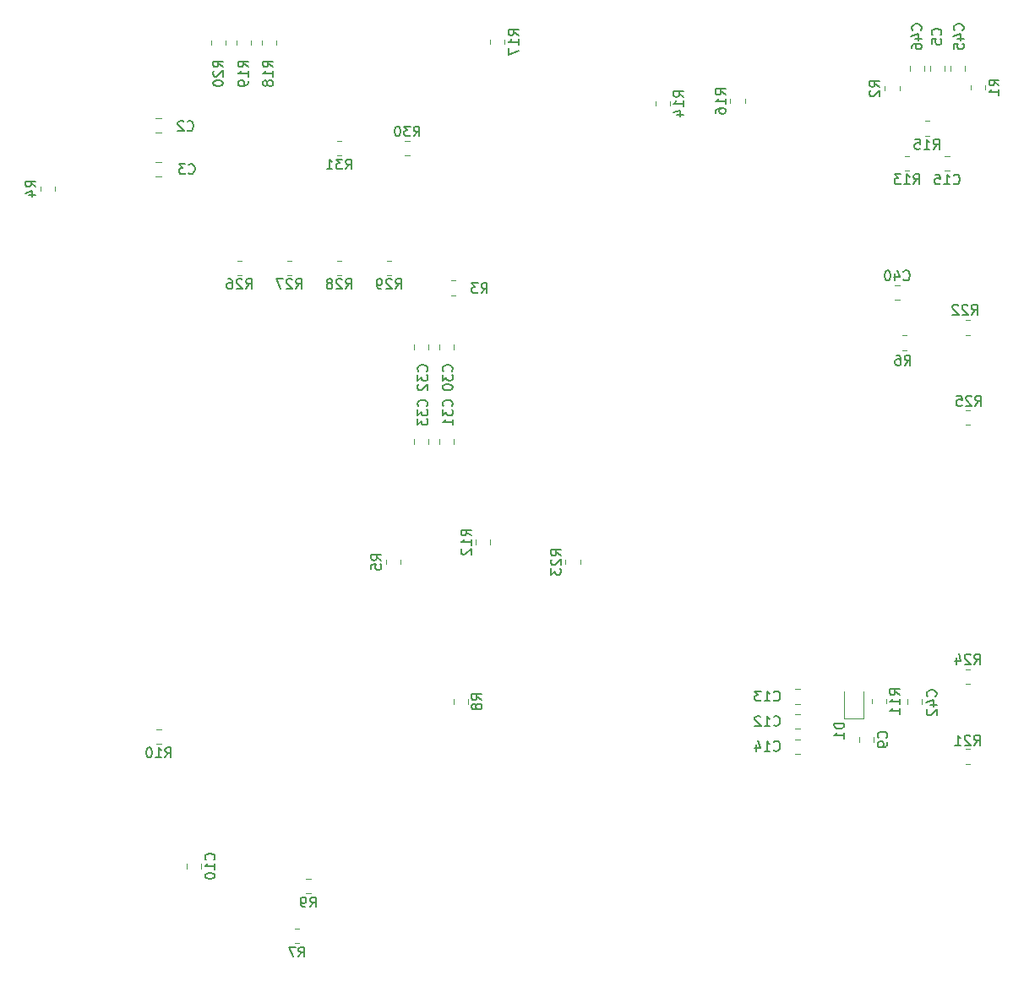
<source format=gbr>
%TF.GenerationSoftware,KiCad,Pcbnew,(5.1.9)-1*%
%TF.CreationDate,2021-11-05T22:54:20-04:00*%
%TF.ProjectId,main,6d61696e-2e6b-4696-9361-645f70636258,rev?*%
%TF.SameCoordinates,Original*%
%TF.FileFunction,Legend,Bot*%
%TF.FilePolarity,Positive*%
%FSLAX46Y46*%
G04 Gerber Fmt 4.6, Leading zero omitted, Abs format (unit mm)*
G04 Created by KiCad (PCBNEW (5.1.9)-1) date 2021-11-05 22:54:20*
%MOMM*%
%LPD*%
G01*
G04 APERTURE LIST*
%ADD10C,0.120000*%
%ADD11C,0.150000*%
G04 APERTURE END LIST*
D10*
%TO.C,C46*%
X109264300Y-30745152D02*
X109264300Y-30222648D01*
X110734300Y-30745152D02*
X110734300Y-30222648D01*
%TO.C,C45*%
X113353400Y-30748152D02*
X113353400Y-30225648D01*
X114823400Y-30748152D02*
X114823400Y-30225648D01*
%TO.C,C42*%
X110463000Y-93718748D02*
X110463000Y-94241252D01*
X108993000Y-93718748D02*
X108993000Y-94241252D01*
%TO.C,C40*%
X108261252Y-53735000D02*
X107738748Y-53735000D01*
X108261252Y-52265000D02*
X107738748Y-52265000D01*
%TO.C,C33*%
X59590000Y-68206252D02*
X59590000Y-67683748D01*
X61060000Y-68206252D02*
X61060000Y-67683748D01*
%TO.C,C32*%
X61060000Y-58158748D02*
X61060000Y-58681252D01*
X59590000Y-58158748D02*
X59590000Y-58681252D01*
%TO.C,R31*%
X51860436Y-37765000D02*
X52314564Y-37765000D01*
X51860436Y-39235000D02*
X52314564Y-39235000D01*
%TO.C,R30*%
X59139564Y-39235000D02*
X58685436Y-39235000D01*
X59139564Y-37765000D02*
X58685436Y-37765000D01*
%TO.C,R29*%
X56860436Y-49765000D02*
X57314564Y-49765000D01*
X56860436Y-51235000D02*
X57314564Y-51235000D01*
%TO.C,R28*%
X51860436Y-49765000D02*
X52314564Y-49765000D01*
X51860436Y-51235000D02*
X52314564Y-51235000D01*
%TO.C,R27*%
X46860436Y-49765000D02*
X47314564Y-49765000D01*
X46860436Y-51235000D02*
X47314564Y-51235000D01*
%TO.C,R26*%
X41860436Y-49765000D02*
X42314564Y-49765000D01*
X41860436Y-51235000D02*
X42314564Y-51235000D01*
%TO.C,R25*%
X114860936Y-64765000D02*
X115315064Y-64765000D01*
X114860936Y-66235000D02*
X115315064Y-66235000D01*
%TO.C,R24*%
X114860936Y-90765000D02*
X115315064Y-90765000D01*
X114860936Y-92235000D02*
X115315064Y-92235000D01*
%TO.C,R22*%
X114860936Y-55765000D02*
X115315064Y-55765000D01*
X114860936Y-57235000D02*
X115315064Y-57235000D01*
%TO.C,R21*%
X114860936Y-98765000D02*
X115315064Y-98765000D01*
X114860936Y-100235000D02*
X115315064Y-100235000D01*
%TO.C,C31*%
X62130000Y-68206252D02*
X62130000Y-67683748D01*
X63600000Y-68206252D02*
X63600000Y-67683748D01*
%TO.C,C30*%
X63600000Y-58158748D02*
X63600000Y-58681252D01*
X62130000Y-58158748D02*
X62130000Y-58681252D01*
%TO.C,R23*%
X76235000Y-79772936D02*
X76235000Y-80227064D01*
X74765000Y-79772936D02*
X74765000Y-80227064D01*
%TO.C,R20*%
X39270000Y-28167064D02*
X39270000Y-27712936D01*
X40740000Y-28167064D02*
X40740000Y-27712936D01*
%TO.C,R19*%
X41810000Y-28167064D02*
X41810000Y-27712936D01*
X43280000Y-28167064D02*
X43280000Y-27712936D01*
%TO.C,R18*%
X44350000Y-28167064D02*
X44350000Y-27712936D01*
X45820000Y-28167064D02*
X45820000Y-27712936D01*
%TO.C,R17*%
X67210000Y-28063564D02*
X67210000Y-27609436D01*
X68680000Y-28063564D02*
X68680000Y-27609436D01*
%TO.C,R12*%
X65765000Y-77772936D02*
X65765000Y-78227064D01*
X67235000Y-77772936D02*
X67235000Y-78227064D01*
%TO.C,C14*%
X98261252Y-97765000D02*
X97738748Y-97765000D01*
X98261252Y-99235000D02*
X97738748Y-99235000D01*
%TO.C,C13*%
X98261252Y-92765000D02*
X97738748Y-92765000D01*
X98261252Y-94235000D02*
X97738748Y-94235000D01*
%TO.C,C12*%
X98261252Y-95265000D02*
X97738748Y-95265000D01*
X98261252Y-96735000D02*
X97738748Y-96735000D01*
%TO.C,R11*%
X106907000Y-94207064D02*
X106907000Y-93752936D01*
X105437000Y-94207064D02*
X105437000Y-93752936D01*
%TO.C,R8*%
X64997000Y-94227064D02*
X64997000Y-93772936D01*
X63527000Y-94227064D02*
X63527000Y-93772936D01*
%TO.C,R3*%
X63272936Y-53235000D02*
X63727064Y-53235000D01*
X63272936Y-51765000D02*
X63727064Y-51765000D01*
%TO.C,R14*%
X85235000Y-34227064D02*
X85235000Y-33772936D01*
X83765000Y-34227064D02*
X83765000Y-33772936D01*
%TO.C,D1*%
X104592000Y-92980000D02*
X104592000Y-95665000D01*
X104592000Y-95665000D02*
X102672000Y-95665000D01*
X102672000Y-95665000D02*
X102672000Y-92980000D01*
%TO.C,C9*%
X105637000Y-98051252D02*
X105637000Y-97528748D01*
X104167000Y-98051252D02*
X104167000Y-97528748D01*
%TO.C,R10*%
X33772936Y-98235000D02*
X34227064Y-98235000D01*
X33772936Y-96765000D02*
X34227064Y-96765000D01*
%TO.C,R9*%
X48772936Y-113235000D02*
X49227064Y-113235000D01*
X48772936Y-111765000D02*
X49227064Y-111765000D01*
%TO.C,R7*%
X47628436Y-118235000D02*
X48082564Y-118235000D01*
X47628436Y-116765000D02*
X48082564Y-116765000D01*
%TO.C,R2*%
X108235000Y-32727064D02*
X108235000Y-32272936D01*
X106765000Y-32727064D02*
X106765000Y-32272936D01*
%TO.C,R1*%
X116833900Y-32604664D02*
X116833900Y-32150536D01*
X115363900Y-32604664D02*
X115363900Y-32150536D01*
%TO.C,C5*%
X112779700Y-30747052D02*
X112779700Y-30224548D01*
X111309700Y-30747052D02*
X111309700Y-30224548D01*
%TO.C,R16*%
X91265000Y-33554936D02*
X91265000Y-34009064D01*
X92735000Y-33554936D02*
X92735000Y-34009064D01*
%TO.C,R15*%
X110772936Y-37235000D02*
X111227064Y-37235000D01*
X110772936Y-35765000D02*
X111227064Y-35765000D01*
%TO.C,R13*%
X108772936Y-40735000D02*
X109227064Y-40735000D01*
X108772936Y-39265000D02*
X109227064Y-39265000D01*
%TO.C,C15*%
X112738748Y-40735000D02*
X113261252Y-40735000D01*
X112738748Y-39265000D02*
X113261252Y-39265000D01*
%TO.C,R5*%
X56765000Y-79772936D02*
X56765000Y-80227064D01*
X58235000Y-79772936D02*
X58235000Y-80227064D01*
%TO.C,R4*%
X22125000Y-42317936D02*
X22125000Y-42772064D01*
X23595000Y-42317936D02*
X23595000Y-42772064D01*
%TO.C,R6*%
X108939064Y-57265000D02*
X108484936Y-57265000D01*
X108939064Y-58735000D02*
X108484936Y-58735000D01*
%TO.C,C2*%
X33708748Y-35460000D02*
X34231252Y-35460000D01*
X33708748Y-36930000D02*
X34231252Y-36930000D01*
%TO.C,C3*%
X33708748Y-39905000D02*
X34231252Y-39905000D01*
X33708748Y-41375000D02*
X34231252Y-41375000D01*
%TO.C,C10*%
X36765000Y-110761252D02*
X36765000Y-110238748D01*
X38235000Y-110761252D02*
X38235000Y-110238748D01*
%TO.C,C46*%
D11*
X110356442Y-26666042D02*
X110404061Y-26618423D01*
X110451680Y-26475566D01*
X110451680Y-26380328D01*
X110404061Y-26237471D01*
X110308823Y-26142233D01*
X110213585Y-26094614D01*
X110023109Y-26046995D01*
X109880252Y-26046995D01*
X109689776Y-26094614D01*
X109594538Y-26142233D01*
X109499300Y-26237471D01*
X109451680Y-26380328D01*
X109451680Y-26475566D01*
X109499300Y-26618423D01*
X109546919Y-26666042D01*
X109785014Y-27523185D02*
X110451680Y-27523185D01*
X109404061Y-27285090D02*
X110118347Y-27046995D01*
X110118347Y-27666042D01*
X109451680Y-28475566D02*
X109451680Y-28285090D01*
X109499300Y-28189852D01*
X109546919Y-28142233D01*
X109689776Y-28046995D01*
X109880252Y-27999376D01*
X110261204Y-27999376D01*
X110356442Y-28046995D01*
X110404061Y-28094614D01*
X110451680Y-28189852D01*
X110451680Y-28380328D01*
X110404061Y-28475566D01*
X110356442Y-28523185D01*
X110261204Y-28570804D01*
X110023109Y-28570804D01*
X109927871Y-28523185D01*
X109880252Y-28475566D01*
X109832633Y-28380328D01*
X109832633Y-28189852D01*
X109880252Y-28094614D01*
X109927871Y-28046995D01*
X110023109Y-27999376D01*
%TO.C,C45*%
X114572542Y-26669042D02*
X114620161Y-26621423D01*
X114667780Y-26478566D01*
X114667780Y-26383328D01*
X114620161Y-26240471D01*
X114524923Y-26145233D01*
X114429685Y-26097614D01*
X114239209Y-26049995D01*
X114096352Y-26049995D01*
X113905876Y-26097614D01*
X113810638Y-26145233D01*
X113715400Y-26240471D01*
X113667780Y-26383328D01*
X113667780Y-26478566D01*
X113715400Y-26621423D01*
X113763019Y-26669042D01*
X114001114Y-27526185D02*
X114667780Y-27526185D01*
X113620161Y-27288090D02*
X114334447Y-27049995D01*
X114334447Y-27669042D01*
X113667780Y-28526185D02*
X113667780Y-28049995D01*
X114143971Y-28002376D01*
X114096352Y-28049995D01*
X114048733Y-28145233D01*
X114048733Y-28383328D01*
X114096352Y-28478566D01*
X114143971Y-28526185D01*
X114239209Y-28573804D01*
X114477304Y-28573804D01*
X114572542Y-28526185D01*
X114620161Y-28478566D01*
X114667780Y-28383328D01*
X114667780Y-28145233D01*
X114620161Y-28049995D01*
X114572542Y-28002376D01*
%TO.C,C42*%
X111863142Y-93464142D02*
X111910761Y-93416523D01*
X111958380Y-93273666D01*
X111958380Y-93178428D01*
X111910761Y-93035571D01*
X111815523Y-92940333D01*
X111720285Y-92892714D01*
X111529809Y-92845095D01*
X111386952Y-92845095D01*
X111196476Y-92892714D01*
X111101238Y-92940333D01*
X111006000Y-93035571D01*
X110958380Y-93178428D01*
X110958380Y-93273666D01*
X111006000Y-93416523D01*
X111053619Y-93464142D01*
X111291714Y-94321285D02*
X111958380Y-94321285D01*
X110910761Y-94083190D02*
X111625047Y-93845095D01*
X111625047Y-94464142D01*
X111053619Y-94797476D02*
X111006000Y-94845095D01*
X110958380Y-94940333D01*
X110958380Y-95178428D01*
X111006000Y-95273666D01*
X111053619Y-95321285D01*
X111148857Y-95368904D01*
X111244095Y-95368904D01*
X111386952Y-95321285D01*
X111958380Y-94749857D01*
X111958380Y-95368904D01*
%TO.C,C40*%
X108642857Y-51677142D02*
X108690476Y-51724761D01*
X108833333Y-51772380D01*
X108928571Y-51772380D01*
X109071428Y-51724761D01*
X109166666Y-51629523D01*
X109214285Y-51534285D01*
X109261904Y-51343809D01*
X109261904Y-51200952D01*
X109214285Y-51010476D01*
X109166666Y-50915238D01*
X109071428Y-50820000D01*
X108928571Y-50772380D01*
X108833333Y-50772380D01*
X108690476Y-50820000D01*
X108642857Y-50867619D01*
X107785714Y-51105714D02*
X107785714Y-51772380D01*
X108023809Y-50724761D02*
X108261904Y-51439047D01*
X107642857Y-51439047D01*
X107071428Y-50772380D02*
X106976190Y-50772380D01*
X106880952Y-50820000D01*
X106833333Y-50867619D01*
X106785714Y-50962857D01*
X106738095Y-51153333D01*
X106738095Y-51391428D01*
X106785714Y-51581904D01*
X106833333Y-51677142D01*
X106880952Y-51724761D01*
X106976190Y-51772380D01*
X107071428Y-51772380D01*
X107166666Y-51724761D01*
X107214285Y-51677142D01*
X107261904Y-51581904D01*
X107309523Y-51391428D01*
X107309523Y-51153333D01*
X107261904Y-50962857D01*
X107214285Y-50867619D01*
X107166666Y-50820000D01*
X107071428Y-50772380D01*
%TO.C,C33*%
X60857142Y-64357142D02*
X60904761Y-64309523D01*
X60952380Y-64166666D01*
X60952380Y-64071428D01*
X60904761Y-63928571D01*
X60809523Y-63833333D01*
X60714285Y-63785714D01*
X60523809Y-63738095D01*
X60380952Y-63738095D01*
X60190476Y-63785714D01*
X60095238Y-63833333D01*
X60000000Y-63928571D01*
X59952380Y-64071428D01*
X59952380Y-64166666D01*
X60000000Y-64309523D01*
X60047619Y-64357142D01*
X59952380Y-64690476D02*
X59952380Y-65309523D01*
X60333333Y-64976190D01*
X60333333Y-65119047D01*
X60380952Y-65214285D01*
X60428571Y-65261904D01*
X60523809Y-65309523D01*
X60761904Y-65309523D01*
X60857142Y-65261904D01*
X60904761Y-65214285D01*
X60952380Y-65119047D01*
X60952380Y-64833333D01*
X60904761Y-64738095D01*
X60857142Y-64690476D01*
X59952380Y-65642857D02*
X59952380Y-66261904D01*
X60333333Y-65928571D01*
X60333333Y-66071428D01*
X60380952Y-66166666D01*
X60428571Y-66214285D01*
X60523809Y-66261904D01*
X60761904Y-66261904D01*
X60857142Y-66214285D01*
X60904761Y-66166666D01*
X60952380Y-66071428D01*
X60952380Y-65785714D01*
X60904761Y-65690476D01*
X60857142Y-65642857D01*
%TO.C,C32*%
X60857142Y-60857142D02*
X60904761Y-60809523D01*
X60952380Y-60666666D01*
X60952380Y-60571428D01*
X60904761Y-60428571D01*
X60809523Y-60333333D01*
X60714285Y-60285714D01*
X60523809Y-60238095D01*
X60380952Y-60238095D01*
X60190476Y-60285714D01*
X60095238Y-60333333D01*
X60000000Y-60428571D01*
X59952380Y-60571428D01*
X59952380Y-60666666D01*
X60000000Y-60809523D01*
X60047619Y-60857142D01*
X59952380Y-61190476D02*
X59952380Y-61809523D01*
X60333333Y-61476190D01*
X60333333Y-61619047D01*
X60380952Y-61714285D01*
X60428571Y-61761904D01*
X60523809Y-61809523D01*
X60761904Y-61809523D01*
X60857142Y-61761904D01*
X60904761Y-61714285D01*
X60952380Y-61619047D01*
X60952380Y-61333333D01*
X60904761Y-61238095D01*
X60857142Y-61190476D01*
X60047619Y-62190476D02*
X60000000Y-62238095D01*
X59952380Y-62333333D01*
X59952380Y-62571428D01*
X60000000Y-62666666D01*
X60047619Y-62714285D01*
X60142857Y-62761904D01*
X60238095Y-62761904D01*
X60380952Y-62714285D01*
X60952380Y-62142857D01*
X60952380Y-62761904D01*
%TO.C,R31*%
X52730357Y-40602380D02*
X53063690Y-40126190D01*
X53301785Y-40602380D02*
X53301785Y-39602380D01*
X52920833Y-39602380D01*
X52825595Y-39650000D01*
X52777976Y-39697619D01*
X52730357Y-39792857D01*
X52730357Y-39935714D01*
X52777976Y-40030952D01*
X52825595Y-40078571D01*
X52920833Y-40126190D01*
X53301785Y-40126190D01*
X52397023Y-39602380D02*
X51777976Y-39602380D01*
X52111309Y-39983333D01*
X51968452Y-39983333D01*
X51873214Y-40030952D01*
X51825595Y-40078571D01*
X51777976Y-40173809D01*
X51777976Y-40411904D01*
X51825595Y-40507142D01*
X51873214Y-40554761D01*
X51968452Y-40602380D01*
X52254166Y-40602380D01*
X52349404Y-40554761D01*
X52397023Y-40507142D01*
X50825595Y-40602380D02*
X51397023Y-40602380D01*
X51111309Y-40602380D02*
X51111309Y-39602380D01*
X51206547Y-39745238D01*
X51301785Y-39840476D01*
X51397023Y-39888095D01*
%TO.C,R30*%
X59555357Y-37302380D02*
X59888690Y-36826190D01*
X60126785Y-37302380D02*
X60126785Y-36302380D01*
X59745833Y-36302380D01*
X59650595Y-36350000D01*
X59602976Y-36397619D01*
X59555357Y-36492857D01*
X59555357Y-36635714D01*
X59602976Y-36730952D01*
X59650595Y-36778571D01*
X59745833Y-36826190D01*
X60126785Y-36826190D01*
X59222023Y-36302380D02*
X58602976Y-36302380D01*
X58936309Y-36683333D01*
X58793452Y-36683333D01*
X58698214Y-36730952D01*
X58650595Y-36778571D01*
X58602976Y-36873809D01*
X58602976Y-37111904D01*
X58650595Y-37207142D01*
X58698214Y-37254761D01*
X58793452Y-37302380D01*
X59079166Y-37302380D01*
X59174404Y-37254761D01*
X59222023Y-37207142D01*
X57983928Y-36302380D02*
X57888690Y-36302380D01*
X57793452Y-36350000D01*
X57745833Y-36397619D01*
X57698214Y-36492857D01*
X57650595Y-36683333D01*
X57650595Y-36921428D01*
X57698214Y-37111904D01*
X57745833Y-37207142D01*
X57793452Y-37254761D01*
X57888690Y-37302380D01*
X57983928Y-37302380D01*
X58079166Y-37254761D01*
X58126785Y-37207142D01*
X58174404Y-37111904D01*
X58222023Y-36921428D01*
X58222023Y-36683333D01*
X58174404Y-36492857D01*
X58126785Y-36397619D01*
X58079166Y-36350000D01*
X57983928Y-36302380D01*
%TO.C,R29*%
X57730357Y-52602380D02*
X58063690Y-52126190D01*
X58301785Y-52602380D02*
X58301785Y-51602380D01*
X57920833Y-51602380D01*
X57825595Y-51650000D01*
X57777976Y-51697619D01*
X57730357Y-51792857D01*
X57730357Y-51935714D01*
X57777976Y-52030952D01*
X57825595Y-52078571D01*
X57920833Y-52126190D01*
X58301785Y-52126190D01*
X57349404Y-51697619D02*
X57301785Y-51650000D01*
X57206547Y-51602380D01*
X56968452Y-51602380D01*
X56873214Y-51650000D01*
X56825595Y-51697619D01*
X56777976Y-51792857D01*
X56777976Y-51888095D01*
X56825595Y-52030952D01*
X57397023Y-52602380D01*
X56777976Y-52602380D01*
X56301785Y-52602380D02*
X56111309Y-52602380D01*
X56016071Y-52554761D01*
X55968452Y-52507142D01*
X55873214Y-52364285D01*
X55825595Y-52173809D01*
X55825595Y-51792857D01*
X55873214Y-51697619D01*
X55920833Y-51650000D01*
X56016071Y-51602380D01*
X56206547Y-51602380D01*
X56301785Y-51650000D01*
X56349404Y-51697619D01*
X56397023Y-51792857D01*
X56397023Y-52030952D01*
X56349404Y-52126190D01*
X56301785Y-52173809D01*
X56206547Y-52221428D01*
X56016071Y-52221428D01*
X55920833Y-52173809D01*
X55873214Y-52126190D01*
X55825595Y-52030952D01*
%TO.C,R28*%
X52730357Y-52602380D02*
X53063690Y-52126190D01*
X53301785Y-52602380D02*
X53301785Y-51602380D01*
X52920833Y-51602380D01*
X52825595Y-51650000D01*
X52777976Y-51697619D01*
X52730357Y-51792857D01*
X52730357Y-51935714D01*
X52777976Y-52030952D01*
X52825595Y-52078571D01*
X52920833Y-52126190D01*
X53301785Y-52126190D01*
X52349404Y-51697619D02*
X52301785Y-51650000D01*
X52206547Y-51602380D01*
X51968452Y-51602380D01*
X51873214Y-51650000D01*
X51825595Y-51697619D01*
X51777976Y-51792857D01*
X51777976Y-51888095D01*
X51825595Y-52030952D01*
X52397023Y-52602380D01*
X51777976Y-52602380D01*
X51206547Y-52030952D02*
X51301785Y-51983333D01*
X51349404Y-51935714D01*
X51397023Y-51840476D01*
X51397023Y-51792857D01*
X51349404Y-51697619D01*
X51301785Y-51650000D01*
X51206547Y-51602380D01*
X51016071Y-51602380D01*
X50920833Y-51650000D01*
X50873214Y-51697619D01*
X50825595Y-51792857D01*
X50825595Y-51840476D01*
X50873214Y-51935714D01*
X50920833Y-51983333D01*
X51016071Y-52030952D01*
X51206547Y-52030952D01*
X51301785Y-52078571D01*
X51349404Y-52126190D01*
X51397023Y-52221428D01*
X51397023Y-52411904D01*
X51349404Y-52507142D01*
X51301785Y-52554761D01*
X51206547Y-52602380D01*
X51016071Y-52602380D01*
X50920833Y-52554761D01*
X50873214Y-52507142D01*
X50825595Y-52411904D01*
X50825595Y-52221428D01*
X50873214Y-52126190D01*
X50920833Y-52078571D01*
X51016071Y-52030952D01*
%TO.C,R27*%
X47730357Y-52602380D02*
X48063690Y-52126190D01*
X48301785Y-52602380D02*
X48301785Y-51602380D01*
X47920833Y-51602380D01*
X47825595Y-51650000D01*
X47777976Y-51697619D01*
X47730357Y-51792857D01*
X47730357Y-51935714D01*
X47777976Y-52030952D01*
X47825595Y-52078571D01*
X47920833Y-52126190D01*
X48301785Y-52126190D01*
X47349404Y-51697619D02*
X47301785Y-51650000D01*
X47206547Y-51602380D01*
X46968452Y-51602380D01*
X46873214Y-51650000D01*
X46825595Y-51697619D01*
X46777976Y-51792857D01*
X46777976Y-51888095D01*
X46825595Y-52030952D01*
X47397023Y-52602380D01*
X46777976Y-52602380D01*
X46444642Y-51602380D02*
X45777976Y-51602380D01*
X46206547Y-52602380D01*
%TO.C,R26*%
X42730357Y-52602380D02*
X43063690Y-52126190D01*
X43301785Y-52602380D02*
X43301785Y-51602380D01*
X42920833Y-51602380D01*
X42825595Y-51650000D01*
X42777976Y-51697619D01*
X42730357Y-51792857D01*
X42730357Y-51935714D01*
X42777976Y-52030952D01*
X42825595Y-52078571D01*
X42920833Y-52126190D01*
X43301785Y-52126190D01*
X42349404Y-51697619D02*
X42301785Y-51650000D01*
X42206547Y-51602380D01*
X41968452Y-51602380D01*
X41873214Y-51650000D01*
X41825595Y-51697619D01*
X41777976Y-51792857D01*
X41777976Y-51888095D01*
X41825595Y-52030952D01*
X42397023Y-52602380D01*
X41777976Y-52602380D01*
X40920833Y-51602380D02*
X41111309Y-51602380D01*
X41206547Y-51650000D01*
X41254166Y-51697619D01*
X41349404Y-51840476D01*
X41397023Y-52030952D01*
X41397023Y-52411904D01*
X41349404Y-52507142D01*
X41301785Y-52554761D01*
X41206547Y-52602380D01*
X41016071Y-52602380D01*
X40920833Y-52554761D01*
X40873214Y-52507142D01*
X40825595Y-52411904D01*
X40825595Y-52173809D01*
X40873214Y-52078571D01*
X40920833Y-52030952D01*
X41016071Y-51983333D01*
X41206547Y-51983333D01*
X41301785Y-52030952D01*
X41349404Y-52078571D01*
X41397023Y-52173809D01*
%TO.C,R25*%
X115831857Y-64333380D02*
X116165190Y-63857190D01*
X116403285Y-64333380D02*
X116403285Y-63333380D01*
X116022333Y-63333380D01*
X115927095Y-63381000D01*
X115879476Y-63428619D01*
X115831857Y-63523857D01*
X115831857Y-63666714D01*
X115879476Y-63761952D01*
X115927095Y-63809571D01*
X116022333Y-63857190D01*
X116403285Y-63857190D01*
X115450904Y-63428619D02*
X115403285Y-63381000D01*
X115308047Y-63333380D01*
X115069952Y-63333380D01*
X114974714Y-63381000D01*
X114927095Y-63428619D01*
X114879476Y-63523857D01*
X114879476Y-63619095D01*
X114927095Y-63761952D01*
X115498523Y-64333380D01*
X114879476Y-64333380D01*
X113974714Y-63333380D02*
X114450904Y-63333380D01*
X114498523Y-63809571D01*
X114450904Y-63761952D01*
X114355666Y-63714333D01*
X114117571Y-63714333D01*
X114022333Y-63761952D01*
X113974714Y-63809571D01*
X113927095Y-63904809D01*
X113927095Y-64142904D01*
X113974714Y-64238142D01*
X114022333Y-64285761D01*
X114117571Y-64333380D01*
X114355666Y-64333380D01*
X114450904Y-64285761D01*
X114498523Y-64238142D01*
%TO.C,R24*%
X115730857Y-90241380D02*
X116064190Y-89765190D01*
X116302285Y-90241380D02*
X116302285Y-89241380D01*
X115921333Y-89241380D01*
X115826095Y-89289000D01*
X115778476Y-89336619D01*
X115730857Y-89431857D01*
X115730857Y-89574714D01*
X115778476Y-89669952D01*
X115826095Y-89717571D01*
X115921333Y-89765190D01*
X116302285Y-89765190D01*
X115349904Y-89336619D02*
X115302285Y-89289000D01*
X115207047Y-89241380D01*
X114968952Y-89241380D01*
X114873714Y-89289000D01*
X114826095Y-89336619D01*
X114778476Y-89431857D01*
X114778476Y-89527095D01*
X114826095Y-89669952D01*
X115397523Y-90241380D01*
X114778476Y-90241380D01*
X113921333Y-89574714D02*
X113921333Y-90241380D01*
X114159428Y-89193761D02*
X114397523Y-89908047D01*
X113778476Y-89908047D01*
%TO.C,R22*%
X115450857Y-55189380D02*
X115784190Y-54713190D01*
X116022285Y-55189380D02*
X116022285Y-54189380D01*
X115641333Y-54189380D01*
X115546095Y-54237000D01*
X115498476Y-54284619D01*
X115450857Y-54379857D01*
X115450857Y-54522714D01*
X115498476Y-54617952D01*
X115546095Y-54665571D01*
X115641333Y-54713190D01*
X116022285Y-54713190D01*
X115069904Y-54284619D02*
X115022285Y-54237000D01*
X114927047Y-54189380D01*
X114688952Y-54189380D01*
X114593714Y-54237000D01*
X114546095Y-54284619D01*
X114498476Y-54379857D01*
X114498476Y-54475095D01*
X114546095Y-54617952D01*
X115117523Y-55189380D01*
X114498476Y-55189380D01*
X114117523Y-54284619D02*
X114069904Y-54237000D01*
X113974666Y-54189380D01*
X113736571Y-54189380D01*
X113641333Y-54237000D01*
X113593714Y-54284619D01*
X113546095Y-54379857D01*
X113546095Y-54475095D01*
X113593714Y-54617952D01*
X114165142Y-55189380D01*
X113546095Y-55189380D01*
%TO.C,R21*%
X115704857Y-98369380D02*
X116038190Y-97893190D01*
X116276285Y-98369380D02*
X116276285Y-97369380D01*
X115895333Y-97369380D01*
X115800095Y-97417000D01*
X115752476Y-97464619D01*
X115704857Y-97559857D01*
X115704857Y-97702714D01*
X115752476Y-97797952D01*
X115800095Y-97845571D01*
X115895333Y-97893190D01*
X116276285Y-97893190D01*
X115323904Y-97464619D02*
X115276285Y-97417000D01*
X115181047Y-97369380D01*
X114942952Y-97369380D01*
X114847714Y-97417000D01*
X114800095Y-97464619D01*
X114752476Y-97559857D01*
X114752476Y-97655095D01*
X114800095Y-97797952D01*
X115371523Y-98369380D01*
X114752476Y-98369380D01*
X113800095Y-98369380D02*
X114371523Y-98369380D01*
X114085809Y-98369380D02*
X114085809Y-97369380D01*
X114181047Y-97512238D01*
X114276285Y-97607476D01*
X114371523Y-97655095D01*
%TO.C,C31*%
X63357142Y-64357142D02*
X63404761Y-64309523D01*
X63452380Y-64166666D01*
X63452380Y-64071428D01*
X63404761Y-63928571D01*
X63309523Y-63833333D01*
X63214285Y-63785714D01*
X63023809Y-63738095D01*
X62880952Y-63738095D01*
X62690476Y-63785714D01*
X62595238Y-63833333D01*
X62500000Y-63928571D01*
X62452380Y-64071428D01*
X62452380Y-64166666D01*
X62500000Y-64309523D01*
X62547619Y-64357142D01*
X62452380Y-64690476D02*
X62452380Y-65309523D01*
X62833333Y-64976190D01*
X62833333Y-65119047D01*
X62880952Y-65214285D01*
X62928571Y-65261904D01*
X63023809Y-65309523D01*
X63261904Y-65309523D01*
X63357142Y-65261904D01*
X63404761Y-65214285D01*
X63452380Y-65119047D01*
X63452380Y-64833333D01*
X63404761Y-64738095D01*
X63357142Y-64690476D01*
X63452380Y-66261904D02*
X63452380Y-65690476D01*
X63452380Y-65976190D02*
X62452380Y-65976190D01*
X62595238Y-65880952D01*
X62690476Y-65785714D01*
X62738095Y-65690476D01*
%TO.C,C30*%
X63357142Y-60857142D02*
X63404761Y-60809523D01*
X63452380Y-60666666D01*
X63452380Y-60571428D01*
X63404761Y-60428571D01*
X63309523Y-60333333D01*
X63214285Y-60285714D01*
X63023809Y-60238095D01*
X62880952Y-60238095D01*
X62690476Y-60285714D01*
X62595238Y-60333333D01*
X62500000Y-60428571D01*
X62452380Y-60571428D01*
X62452380Y-60666666D01*
X62500000Y-60809523D01*
X62547619Y-60857142D01*
X62452380Y-61190476D02*
X62452380Y-61809523D01*
X62833333Y-61476190D01*
X62833333Y-61619047D01*
X62880952Y-61714285D01*
X62928571Y-61761904D01*
X63023809Y-61809523D01*
X63261904Y-61809523D01*
X63357142Y-61761904D01*
X63404761Y-61714285D01*
X63452380Y-61619047D01*
X63452380Y-61333333D01*
X63404761Y-61238095D01*
X63357142Y-61190476D01*
X62452380Y-62428571D02*
X62452380Y-62523809D01*
X62500000Y-62619047D01*
X62547619Y-62666666D01*
X62642857Y-62714285D01*
X62833333Y-62761904D01*
X63071428Y-62761904D01*
X63261904Y-62714285D01*
X63357142Y-62666666D01*
X63404761Y-62619047D01*
X63452380Y-62523809D01*
X63452380Y-62428571D01*
X63404761Y-62333333D01*
X63357142Y-62285714D01*
X63261904Y-62238095D01*
X63071428Y-62190476D01*
X62833333Y-62190476D01*
X62642857Y-62238095D01*
X62547619Y-62285714D01*
X62500000Y-62333333D01*
X62452380Y-62428571D01*
%TO.C,R23*%
X74302380Y-79357142D02*
X73826190Y-79023809D01*
X74302380Y-78785714D02*
X73302380Y-78785714D01*
X73302380Y-79166666D01*
X73350000Y-79261904D01*
X73397619Y-79309523D01*
X73492857Y-79357142D01*
X73635714Y-79357142D01*
X73730952Y-79309523D01*
X73778571Y-79261904D01*
X73826190Y-79166666D01*
X73826190Y-78785714D01*
X73397619Y-79738095D02*
X73350000Y-79785714D01*
X73302380Y-79880952D01*
X73302380Y-80119047D01*
X73350000Y-80214285D01*
X73397619Y-80261904D01*
X73492857Y-80309523D01*
X73588095Y-80309523D01*
X73730952Y-80261904D01*
X74302380Y-79690476D01*
X74302380Y-80309523D01*
X73302380Y-80642857D02*
X73302380Y-81261904D01*
X73683333Y-80928571D01*
X73683333Y-81071428D01*
X73730952Y-81166666D01*
X73778571Y-81214285D01*
X73873809Y-81261904D01*
X74111904Y-81261904D01*
X74207142Y-81214285D01*
X74254761Y-81166666D01*
X74302380Y-81071428D01*
X74302380Y-80785714D01*
X74254761Y-80690476D01*
X74207142Y-80642857D01*
%TO.C,R20*%
X40452380Y-30357142D02*
X39976190Y-30023809D01*
X40452380Y-29785714D02*
X39452380Y-29785714D01*
X39452380Y-30166666D01*
X39500000Y-30261904D01*
X39547619Y-30309523D01*
X39642857Y-30357142D01*
X39785714Y-30357142D01*
X39880952Y-30309523D01*
X39928571Y-30261904D01*
X39976190Y-30166666D01*
X39976190Y-29785714D01*
X39547619Y-30738095D02*
X39500000Y-30785714D01*
X39452380Y-30880952D01*
X39452380Y-31119047D01*
X39500000Y-31214285D01*
X39547619Y-31261904D01*
X39642857Y-31309523D01*
X39738095Y-31309523D01*
X39880952Y-31261904D01*
X40452380Y-30690476D01*
X40452380Y-31309523D01*
X39452380Y-31928571D02*
X39452380Y-32023809D01*
X39500000Y-32119047D01*
X39547619Y-32166666D01*
X39642857Y-32214285D01*
X39833333Y-32261904D01*
X40071428Y-32261904D01*
X40261904Y-32214285D01*
X40357142Y-32166666D01*
X40404761Y-32119047D01*
X40452380Y-32023809D01*
X40452380Y-31928571D01*
X40404761Y-31833333D01*
X40357142Y-31785714D01*
X40261904Y-31738095D01*
X40071428Y-31690476D01*
X39833333Y-31690476D01*
X39642857Y-31738095D01*
X39547619Y-31785714D01*
X39500000Y-31833333D01*
X39452380Y-31928571D01*
%TO.C,R19*%
X42952380Y-30357142D02*
X42476190Y-30023809D01*
X42952380Y-29785714D02*
X41952380Y-29785714D01*
X41952380Y-30166666D01*
X42000000Y-30261904D01*
X42047619Y-30309523D01*
X42142857Y-30357142D01*
X42285714Y-30357142D01*
X42380952Y-30309523D01*
X42428571Y-30261904D01*
X42476190Y-30166666D01*
X42476190Y-29785714D01*
X42952380Y-31309523D02*
X42952380Y-30738095D01*
X42952380Y-31023809D02*
X41952380Y-31023809D01*
X42095238Y-30928571D01*
X42190476Y-30833333D01*
X42238095Y-30738095D01*
X42952380Y-31785714D02*
X42952380Y-31976190D01*
X42904761Y-32071428D01*
X42857142Y-32119047D01*
X42714285Y-32214285D01*
X42523809Y-32261904D01*
X42142857Y-32261904D01*
X42047619Y-32214285D01*
X42000000Y-32166666D01*
X41952380Y-32071428D01*
X41952380Y-31880952D01*
X42000000Y-31785714D01*
X42047619Y-31738095D01*
X42142857Y-31690476D01*
X42380952Y-31690476D01*
X42476190Y-31738095D01*
X42523809Y-31785714D01*
X42571428Y-31880952D01*
X42571428Y-32071428D01*
X42523809Y-32166666D01*
X42476190Y-32214285D01*
X42380952Y-32261904D01*
%TO.C,R18*%
X45452380Y-30357142D02*
X44976190Y-30023809D01*
X45452380Y-29785714D02*
X44452380Y-29785714D01*
X44452380Y-30166666D01*
X44500000Y-30261904D01*
X44547619Y-30309523D01*
X44642857Y-30357142D01*
X44785714Y-30357142D01*
X44880952Y-30309523D01*
X44928571Y-30261904D01*
X44976190Y-30166666D01*
X44976190Y-29785714D01*
X45452380Y-31309523D02*
X45452380Y-30738095D01*
X45452380Y-31023809D02*
X44452380Y-31023809D01*
X44595238Y-30928571D01*
X44690476Y-30833333D01*
X44738095Y-30738095D01*
X44880952Y-31880952D02*
X44833333Y-31785714D01*
X44785714Y-31738095D01*
X44690476Y-31690476D01*
X44642857Y-31690476D01*
X44547619Y-31738095D01*
X44500000Y-31785714D01*
X44452380Y-31880952D01*
X44452380Y-32071428D01*
X44500000Y-32166666D01*
X44547619Y-32214285D01*
X44642857Y-32261904D01*
X44690476Y-32261904D01*
X44785714Y-32214285D01*
X44833333Y-32166666D01*
X44880952Y-32071428D01*
X44880952Y-31880952D01*
X44928571Y-31785714D01*
X44976190Y-31738095D01*
X45071428Y-31690476D01*
X45261904Y-31690476D01*
X45357142Y-31738095D01*
X45404761Y-31785714D01*
X45452380Y-31880952D01*
X45452380Y-32071428D01*
X45404761Y-32166666D01*
X45357142Y-32214285D01*
X45261904Y-32261904D01*
X45071428Y-32261904D01*
X44976190Y-32214285D01*
X44928571Y-32166666D01*
X44880952Y-32071428D01*
%TO.C,R17*%
X70047380Y-27193642D02*
X69571190Y-26860309D01*
X70047380Y-26622214D02*
X69047380Y-26622214D01*
X69047380Y-27003166D01*
X69095000Y-27098404D01*
X69142619Y-27146023D01*
X69237857Y-27193642D01*
X69380714Y-27193642D01*
X69475952Y-27146023D01*
X69523571Y-27098404D01*
X69571190Y-27003166D01*
X69571190Y-26622214D01*
X70047380Y-28146023D02*
X70047380Y-27574595D01*
X70047380Y-27860309D02*
X69047380Y-27860309D01*
X69190238Y-27765071D01*
X69285476Y-27669833D01*
X69333095Y-27574595D01*
X69047380Y-28479357D02*
X69047380Y-29146023D01*
X70047380Y-28717452D01*
%TO.C,R12*%
X65302380Y-77357142D02*
X64826190Y-77023809D01*
X65302380Y-76785714D02*
X64302380Y-76785714D01*
X64302380Y-77166666D01*
X64350000Y-77261904D01*
X64397619Y-77309523D01*
X64492857Y-77357142D01*
X64635714Y-77357142D01*
X64730952Y-77309523D01*
X64778571Y-77261904D01*
X64826190Y-77166666D01*
X64826190Y-76785714D01*
X65302380Y-78309523D02*
X65302380Y-77738095D01*
X65302380Y-78023809D02*
X64302380Y-78023809D01*
X64445238Y-77928571D01*
X64540476Y-77833333D01*
X64588095Y-77738095D01*
X64397619Y-78690476D02*
X64350000Y-78738095D01*
X64302380Y-78833333D01*
X64302380Y-79071428D01*
X64350000Y-79166666D01*
X64397619Y-79214285D01*
X64492857Y-79261904D01*
X64588095Y-79261904D01*
X64730952Y-79214285D01*
X65302380Y-78642857D01*
X65302380Y-79261904D01*
%TO.C,C14*%
X95642857Y-98857142D02*
X95690476Y-98904761D01*
X95833333Y-98952380D01*
X95928571Y-98952380D01*
X96071428Y-98904761D01*
X96166666Y-98809523D01*
X96214285Y-98714285D01*
X96261904Y-98523809D01*
X96261904Y-98380952D01*
X96214285Y-98190476D01*
X96166666Y-98095238D01*
X96071428Y-98000000D01*
X95928571Y-97952380D01*
X95833333Y-97952380D01*
X95690476Y-98000000D01*
X95642857Y-98047619D01*
X94690476Y-98952380D02*
X95261904Y-98952380D01*
X94976190Y-98952380D02*
X94976190Y-97952380D01*
X95071428Y-98095238D01*
X95166666Y-98190476D01*
X95261904Y-98238095D01*
X93833333Y-98285714D02*
X93833333Y-98952380D01*
X94071428Y-97904761D02*
X94309523Y-98619047D01*
X93690476Y-98619047D01*
%TO.C,C13*%
X95642857Y-93857142D02*
X95690476Y-93904761D01*
X95833333Y-93952380D01*
X95928571Y-93952380D01*
X96071428Y-93904761D01*
X96166666Y-93809523D01*
X96214285Y-93714285D01*
X96261904Y-93523809D01*
X96261904Y-93380952D01*
X96214285Y-93190476D01*
X96166666Y-93095238D01*
X96071428Y-93000000D01*
X95928571Y-92952380D01*
X95833333Y-92952380D01*
X95690476Y-93000000D01*
X95642857Y-93047619D01*
X94690476Y-93952380D02*
X95261904Y-93952380D01*
X94976190Y-93952380D02*
X94976190Y-92952380D01*
X95071428Y-93095238D01*
X95166666Y-93190476D01*
X95261904Y-93238095D01*
X94357142Y-92952380D02*
X93738095Y-92952380D01*
X94071428Y-93333333D01*
X93928571Y-93333333D01*
X93833333Y-93380952D01*
X93785714Y-93428571D01*
X93738095Y-93523809D01*
X93738095Y-93761904D01*
X93785714Y-93857142D01*
X93833333Y-93904761D01*
X93928571Y-93952380D01*
X94214285Y-93952380D01*
X94309523Y-93904761D01*
X94357142Y-93857142D01*
%TO.C,C12*%
X95642857Y-96357142D02*
X95690476Y-96404761D01*
X95833333Y-96452380D01*
X95928571Y-96452380D01*
X96071428Y-96404761D01*
X96166666Y-96309523D01*
X96214285Y-96214285D01*
X96261904Y-96023809D01*
X96261904Y-95880952D01*
X96214285Y-95690476D01*
X96166666Y-95595238D01*
X96071428Y-95500000D01*
X95928571Y-95452380D01*
X95833333Y-95452380D01*
X95690476Y-95500000D01*
X95642857Y-95547619D01*
X94690476Y-96452380D02*
X95261904Y-96452380D01*
X94976190Y-96452380D02*
X94976190Y-95452380D01*
X95071428Y-95595238D01*
X95166666Y-95690476D01*
X95261904Y-95738095D01*
X94309523Y-95547619D02*
X94261904Y-95500000D01*
X94166666Y-95452380D01*
X93928571Y-95452380D01*
X93833333Y-95500000D01*
X93785714Y-95547619D01*
X93738095Y-95642857D01*
X93738095Y-95738095D01*
X93785714Y-95880952D01*
X94357142Y-96452380D01*
X93738095Y-96452380D01*
%TO.C,R11*%
X108275380Y-93337142D02*
X107799190Y-93003809D01*
X108275380Y-92765714D02*
X107275380Y-92765714D01*
X107275380Y-93146666D01*
X107323000Y-93241904D01*
X107370619Y-93289523D01*
X107465857Y-93337142D01*
X107608714Y-93337142D01*
X107703952Y-93289523D01*
X107751571Y-93241904D01*
X107799190Y-93146666D01*
X107799190Y-92765714D01*
X108275380Y-94289523D02*
X108275380Y-93718095D01*
X108275380Y-94003809D02*
X107275380Y-94003809D01*
X107418238Y-93908571D01*
X107513476Y-93813333D01*
X107561095Y-93718095D01*
X108275380Y-95241904D02*
X108275380Y-94670476D01*
X108275380Y-94956190D02*
X107275380Y-94956190D01*
X107418238Y-94860952D01*
X107513476Y-94765714D01*
X107561095Y-94670476D01*
%TO.C,R8*%
X66364380Y-93833333D02*
X65888190Y-93500000D01*
X66364380Y-93261904D02*
X65364380Y-93261904D01*
X65364380Y-93642857D01*
X65412000Y-93738095D01*
X65459619Y-93785714D01*
X65554857Y-93833333D01*
X65697714Y-93833333D01*
X65792952Y-93785714D01*
X65840571Y-93738095D01*
X65888190Y-93642857D01*
X65888190Y-93261904D01*
X65792952Y-94404761D02*
X65745333Y-94309523D01*
X65697714Y-94261904D01*
X65602476Y-94214285D01*
X65554857Y-94214285D01*
X65459619Y-94261904D01*
X65412000Y-94309523D01*
X65364380Y-94404761D01*
X65364380Y-94595238D01*
X65412000Y-94690476D01*
X65459619Y-94738095D01*
X65554857Y-94785714D01*
X65602476Y-94785714D01*
X65697714Y-94738095D01*
X65745333Y-94690476D01*
X65792952Y-94595238D01*
X65792952Y-94404761D01*
X65840571Y-94309523D01*
X65888190Y-94261904D01*
X65983428Y-94214285D01*
X66173904Y-94214285D01*
X66269142Y-94261904D01*
X66316761Y-94309523D01*
X66364380Y-94404761D01*
X66364380Y-94595238D01*
X66316761Y-94690476D01*
X66269142Y-94738095D01*
X66173904Y-94785714D01*
X65983428Y-94785714D01*
X65888190Y-94738095D01*
X65840571Y-94690476D01*
X65792952Y-94595238D01*
%TO.C,R3*%
X66333666Y-53030380D02*
X66667000Y-52554190D01*
X66905095Y-53030380D02*
X66905095Y-52030380D01*
X66524142Y-52030380D01*
X66428904Y-52078000D01*
X66381285Y-52125619D01*
X66333666Y-52220857D01*
X66333666Y-52363714D01*
X66381285Y-52458952D01*
X66428904Y-52506571D01*
X66524142Y-52554190D01*
X66905095Y-52554190D01*
X66000333Y-52030380D02*
X65381285Y-52030380D01*
X65714619Y-52411333D01*
X65571761Y-52411333D01*
X65476523Y-52458952D01*
X65428904Y-52506571D01*
X65381285Y-52601809D01*
X65381285Y-52839904D01*
X65428904Y-52935142D01*
X65476523Y-52982761D01*
X65571761Y-53030380D01*
X65857476Y-53030380D01*
X65952714Y-52982761D01*
X66000333Y-52935142D01*
%TO.C,R14*%
X86602380Y-33357142D02*
X86126190Y-33023809D01*
X86602380Y-32785714D02*
X85602380Y-32785714D01*
X85602380Y-33166666D01*
X85650000Y-33261904D01*
X85697619Y-33309523D01*
X85792857Y-33357142D01*
X85935714Y-33357142D01*
X86030952Y-33309523D01*
X86078571Y-33261904D01*
X86126190Y-33166666D01*
X86126190Y-32785714D01*
X86602380Y-34309523D02*
X86602380Y-33738095D01*
X86602380Y-34023809D02*
X85602380Y-34023809D01*
X85745238Y-33928571D01*
X85840476Y-33833333D01*
X85888095Y-33738095D01*
X85935714Y-35166666D02*
X86602380Y-35166666D01*
X85554761Y-34928571D02*
X86269047Y-34690476D01*
X86269047Y-35309523D01*
%TO.C,D1*%
X102687380Y-96162904D02*
X101687380Y-96162904D01*
X101687380Y-96401000D01*
X101735000Y-96543857D01*
X101830238Y-96639095D01*
X101925476Y-96686714D01*
X102115952Y-96734333D01*
X102258809Y-96734333D01*
X102449285Y-96686714D01*
X102544523Y-96639095D01*
X102639761Y-96543857D01*
X102687380Y-96401000D01*
X102687380Y-96162904D01*
X102687380Y-97686714D02*
X102687380Y-97115285D01*
X102687380Y-97401000D02*
X101687380Y-97401000D01*
X101830238Y-97305761D01*
X101925476Y-97210523D01*
X101973095Y-97115285D01*
%TO.C,C9*%
X106939142Y-97623333D02*
X106986761Y-97575714D01*
X107034380Y-97432857D01*
X107034380Y-97337619D01*
X106986761Y-97194761D01*
X106891523Y-97099523D01*
X106796285Y-97051904D01*
X106605809Y-97004285D01*
X106462952Y-97004285D01*
X106272476Y-97051904D01*
X106177238Y-97099523D01*
X106082000Y-97194761D01*
X106034380Y-97337619D01*
X106034380Y-97432857D01*
X106082000Y-97575714D01*
X106129619Y-97623333D01*
X107034380Y-98099523D02*
X107034380Y-98290000D01*
X106986761Y-98385238D01*
X106939142Y-98432857D01*
X106796285Y-98528095D01*
X106605809Y-98575714D01*
X106224857Y-98575714D01*
X106129619Y-98528095D01*
X106082000Y-98480476D01*
X106034380Y-98385238D01*
X106034380Y-98194761D01*
X106082000Y-98099523D01*
X106129619Y-98051904D01*
X106224857Y-98004285D01*
X106462952Y-98004285D01*
X106558190Y-98051904D01*
X106605809Y-98099523D01*
X106653428Y-98194761D01*
X106653428Y-98385238D01*
X106605809Y-98480476D01*
X106558190Y-98528095D01*
X106462952Y-98575714D01*
%TO.C,R10*%
X34642857Y-99602380D02*
X34976190Y-99126190D01*
X35214285Y-99602380D02*
X35214285Y-98602380D01*
X34833333Y-98602380D01*
X34738095Y-98650000D01*
X34690476Y-98697619D01*
X34642857Y-98792857D01*
X34642857Y-98935714D01*
X34690476Y-99030952D01*
X34738095Y-99078571D01*
X34833333Y-99126190D01*
X35214285Y-99126190D01*
X33690476Y-99602380D02*
X34261904Y-99602380D01*
X33976190Y-99602380D02*
X33976190Y-98602380D01*
X34071428Y-98745238D01*
X34166666Y-98840476D01*
X34261904Y-98888095D01*
X33071428Y-98602380D02*
X32976190Y-98602380D01*
X32880952Y-98650000D01*
X32833333Y-98697619D01*
X32785714Y-98792857D01*
X32738095Y-98983333D01*
X32738095Y-99221428D01*
X32785714Y-99411904D01*
X32833333Y-99507142D01*
X32880952Y-99554761D01*
X32976190Y-99602380D01*
X33071428Y-99602380D01*
X33166666Y-99554761D01*
X33214285Y-99507142D01*
X33261904Y-99411904D01*
X33309523Y-99221428D01*
X33309523Y-98983333D01*
X33261904Y-98792857D01*
X33214285Y-98697619D01*
X33166666Y-98650000D01*
X33071428Y-98602380D01*
%TO.C,R9*%
X49166666Y-114602380D02*
X49500000Y-114126190D01*
X49738095Y-114602380D02*
X49738095Y-113602380D01*
X49357142Y-113602380D01*
X49261904Y-113650000D01*
X49214285Y-113697619D01*
X49166666Y-113792857D01*
X49166666Y-113935714D01*
X49214285Y-114030952D01*
X49261904Y-114078571D01*
X49357142Y-114126190D01*
X49738095Y-114126190D01*
X48690476Y-114602380D02*
X48500000Y-114602380D01*
X48404761Y-114554761D01*
X48357142Y-114507142D01*
X48261904Y-114364285D01*
X48214285Y-114173809D01*
X48214285Y-113792857D01*
X48261904Y-113697619D01*
X48309523Y-113650000D01*
X48404761Y-113602380D01*
X48595238Y-113602380D01*
X48690476Y-113650000D01*
X48738095Y-113697619D01*
X48785714Y-113792857D01*
X48785714Y-114030952D01*
X48738095Y-114126190D01*
X48690476Y-114173809D01*
X48595238Y-114221428D01*
X48404761Y-114221428D01*
X48309523Y-114173809D01*
X48261904Y-114126190D01*
X48214285Y-114030952D01*
%TO.C,R7*%
X48022166Y-119602380D02*
X48355500Y-119126190D01*
X48593595Y-119602380D02*
X48593595Y-118602380D01*
X48212642Y-118602380D01*
X48117404Y-118650000D01*
X48069785Y-118697619D01*
X48022166Y-118792857D01*
X48022166Y-118935714D01*
X48069785Y-119030952D01*
X48117404Y-119078571D01*
X48212642Y-119126190D01*
X48593595Y-119126190D01*
X47688833Y-118602380D02*
X47022166Y-118602380D01*
X47450738Y-119602380D01*
%TO.C,R2*%
X106243380Y-32345333D02*
X105767190Y-32012000D01*
X106243380Y-31773904D02*
X105243380Y-31773904D01*
X105243380Y-32154857D01*
X105291000Y-32250095D01*
X105338619Y-32297714D01*
X105433857Y-32345333D01*
X105576714Y-32345333D01*
X105671952Y-32297714D01*
X105719571Y-32250095D01*
X105767190Y-32154857D01*
X105767190Y-31773904D01*
X105338619Y-32726285D02*
X105291000Y-32773904D01*
X105243380Y-32869142D01*
X105243380Y-33107238D01*
X105291000Y-33202476D01*
X105338619Y-33250095D01*
X105433857Y-33297714D01*
X105529095Y-33297714D01*
X105671952Y-33250095D01*
X106243380Y-32678666D01*
X106243380Y-33297714D01*
%TO.C,R1*%
X118201280Y-32210933D02*
X117725090Y-31877600D01*
X118201280Y-31639504D02*
X117201280Y-31639504D01*
X117201280Y-32020457D01*
X117248900Y-32115695D01*
X117296519Y-32163314D01*
X117391757Y-32210933D01*
X117534614Y-32210933D01*
X117629852Y-32163314D01*
X117677471Y-32115695D01*
X117725090Y-32020457D01*
X117725090Y-31639504D01*
X118201280Y-33163314D02*
X118201280Y-32591885D01*
X118201280Y-32877600D02*
X117201280Y-32877600D01*
X117344138Y-32782361D01*
X117439376Y-32687123D01*
X117486995Y-32591885D01*
%TO.C,C5*%
X112352842Y-27144133D02*
X112400461Y-27096514D01*
X112448080Y-26953657D01*
X112448080Y-26858419D01*
X112400461Y-26715561D01*
X112305223Y-26620323D01*
X112209985Y-26572704D01*
X112019509Y-26525085D01*
X111876652Y-26525085D01*
X111686176Y-26572704D01*
X111590938Y-26620323D01*
X111495700Y-26715561D01*
X111448080Y-26858419D01*
X111448080Y-26953657D01*
X111495700Y-27096514D01*
X111543319Y-27144133D01*
X111448080Y-28048895D02*
X111448080Y-27572704D01*
X111924271Y-27525085D01*
X111876652Y-27572704D01*
X111829033Y-27667942D01*
X111829033Y-27906038D01*
X111876652Y-28001276D01*
X111924271Y-28048895D01*
X112019509Y-28096514D01*
X112257604Y-28096514D01*
X112352842Y-28048895D01*
X112400461Y-28001276D01*
X112448080Y-27906038D01*
X112448080Y-27667942D01*
X112400461Y-27572704D01*
X112352842Y-27525085D01*
%TO.C,R16*%
X90802380Y-33139142D02*
X90326190Y-32805809D01*
X90802380Y-32567714D02*
X89802380Y-32567714D01*
X89802380Y-32948666D01*
X89850000Y-33043904D01*
X89897619Y-33091523D01*
X89992857Y-33139142D01*
X90135714Y-33139142D01*
X90230952Y-33091523D01*
X90278571Y-33043904D01*
X90326190Y-32948666D01*
X90326190Y-32567714D01*
X90802380Y-34091523D02*
X90802380Y-33520095D01*
X90802380Y-33805809D02*
X89802380Y-33805809D01*
X89945238Y-33710571D01*
X90040476Y-33615333D01*
X90088095Y-33520095D01*
X89802380Y-34948666D02*
X89802380Y-34758190D01*
X89850000Y-34662952D01*
X89897619Y-34615333D01*
X90040476Y-34520095D01*
X90230952Y-34472476D01*
X90611904Y-34472476D01*
X90707142Y-34520095D01*
X90754761Y-34567714D01*
X90802380Y-34662952D01*
X90802380Y-34853428D01*
X90754761Y-34948666D01*
X90707142Y-34996285D01*
X90611904Y-35043904D01*
X90373809Y-35043904D01*
X90278571Y-34996285D01*
X90230952Y-34948666D01*
X90183333Y-34853428D01*
X90183333Y-34662952D01*
X90230952Y-34567714D01*
X90278571Y-34520095D01*
X90373809Y-34472476D01*
%TO.C,R15*%
X111642857Y-38602380D02*
X111976190Y-38126190D01*
X112214285Y-38602380D02*
X112214285Y-37602380D01*
X111833333Y-37602380D01*
X111738095Y-37650000D01*
X111690476Y-37697619D01*
X111642857Y-37792857D01*
X111642857Y-37935714D01*
X111690476Y-38030952D01*
X111738095Y-38078571D01*
X111833333Y-38126190D01*
X112214285Y-38126190D01*
X110690476Y-38602380D02*
X111261904Y-38602380D01*
X110976190Y-38602380D02*
X110976190Y-37602380D01*
X111071428Y-37745238D01*
X111166666Y-37840476D01*
X111261904Y-37888095D01*
X109785714Y-37602380D02*
X110261904Y-37602380D01*
X110309523Y-38078571D01*
X110261904Y-38030952D01*
X110166666Y-37983333D01*
X109928571Y-37983333D01*
X109833333Y-38030952D01*
X109785714Y-38078571D01*
X109738095Y-38173809D01*
X109738095Y-38411904D01*
X109785714Y-38507142D01*
X109833333Y-38554761D01*
X109928571Y-38602380D01*
X110166666Y-38602380D01*
X110261904Y-38554761D01*
X110309523Y-38507142D01*
%TO.C,R13*%
X109642857Y-42102380D02*
X109976190Y-41626190D01*
X110214285Y-42102380D02*
X110214285Y-41102380D01*
X109833333Y-41102380D01*
X109738095Y-41150000D01*
X109690476Y-41197619D01*
X109642857Y-41292857D01*
X109642857Y-41435714D01*
X109690476Y-41530952D01*
X109738095Y-41578571D01*
X109833333Y-41626190D01*
X110214285Y-41626190D01*
X108690476Y-42102380D02*
X109261904Y-42102380D01*
X108976190Y-42102380D02*
X108976190Y-41102380D01*
X109071428Y-41245238D01*
X109166666Y-41340476D01*
X109261904Y-41388095D01*
X108357142Y-41102380D02*
X107738095Y-41102380D01*
X108071428Y-41483333D01*
X107928571Y-41483333D01*
X107833333Y-41530952D01*
X107785714Y-41578571D01*
X107738095Y-41673809D01*
X107738095Y-41911904D01*
X107785714Y-42007142D01*
X107833333Y-42054761D01*
X107928571Y-42102380D01*
X108214285Y-42102380D01*
X108309523Y-42054761D01*
X108357142Y-42007142D01*
%TO.C,C15*%
X113642857Y-42037142D02*
X113690476Y-42084761D01*
X113833333Y-42132380D01*
X113928571Y-42132380D01*
X114071428Y-42084761D01*
X114166666Y-41989523D01*
X114214285Y-41894285D01*
X114261904Y-41703809D01*
X114261904Y-41560952D01*
X114214285Y-41370476D01*
X114166666Y-41275238D01*
X114071428Y-41180000D01*
X113928571Y-41132380D01*
X113833333Y-41132380D01*
X113690476Y-41180000D01*
X113642857Y-41227619D01*
X112690476Y-42132380D02*
X113261904Y-42132380D01*
X112976190Y-42132380D02*
X112976190Y-41132380D01*
X113071428Y-41275238D01*
X113166666Y-41370476D01*
X113261904Y-41418095D01*
X111785714Y-41132380D02*
X112261904Y-41132380D01*
X112309523Y-41608571D01*
X112261904Y-41560952D01*
X112166666Y-41513333D01*
X111928571Y-41513333D01*
X111833333Y-41560952D01*
X111785714Y-41608571D01*
X111738095Y-41703809D01*
X111738095Y-41941904D01*
X111785714Y-42037142D01*
X111833333Y-42084761D01*
X111928571Y-42132380D01*
X112166666Y-42132380D01*
X112261904Y-42084761D01*
X112309523Y-42037142D01*
%TO.C,R5*%
X56302380Y-79833333D02*
X55826190Y-79500000D01*
X56302380Y-79261904D02*
X55302380Y-79261904D01*
X55302380Y-79642857D01*
X55350000Y-79738095D01*
X55397619Y-79785714D01*
X55492857Y-79833333D01*
X55635714Y-79833333D01*
X55730952Y-79785714D01*
X55778571Y-79738095D01*
X55826190Y-79642857D01*
X55826190Y-79261904D01*
X55302380Y-80738095D02*
X55302380Y-80261904D01*
X55778571Y-80214285D01*
X55730952Y-80261904D01*
X55683333Y-80357142D01*
X55683333Y-80595238D01*
X55730952Y-80690476D01*
X55778571Y-80738095D01*
X55873809Y-80785714D01*
X56111904Y-80785714D01*
X56207142Y-80738095D01*
X56254761Y-80690476D01*
X56302380Y-80595238D01*
X56302380Y-80357142D01*
X56254761Y-80261904D01*
X56207142Y-80214285D01*
%TO.C,R4*%
X21662380Y-42378333D02*
X21186190Y-42045000D01*
X21662380Y-41806904D02*
X20662380Y-41806904D01*
X20662380Y-42187857D01*
X20710000Y-42283095D01*
X20757619Y-42330714D01*
X20852857Y-42378333D01*
X20995714Y-42378333D01*
X21090952Y-42330714D01*
X21138571Y-42283095D01*
X21186190Y-42187857D01*
X21186190Y-41806904D01*
X20995714Y-43235476D02*
X21662380Y-43235476D01*
X20614761Y-42997380D02*
X21329047Y-42759285D01*
X21329047Y-43378333D01*
%TO.C,R6*%
X108751666Y-60269380D02*
X109085000Y-59793190D01*
X109323095Y-60269380D02*
X109323095Y-59269380D01*
X108942142Y-59269380D01*
X108846904Y-59317000D01*
X108799285Y-59364619D01*
X108751666Y-59459857D01*
X108751666Y-59602714D01*
X108799285Y-59697952D01*
X108846904Y-59745571D01*
X108942142Y-59793190D01*
X109323095Y-59793190D01*
X107894523Y-59269380D02*
X108085000Y-59269380D01*
X108180238Y-59317000D01*
X108227857Y-59364619D01*
X108323095Y-59507476D01*
X108370714Y-59697952D01*
X108370714Y-60078904D01*
X108323095Y-60174142D01*
X108275476Y-60221761D01*
X108180238Y-60269380D01*
X107989761Y-60269380D01*
X107894523Y-60221761D01*
X107846904Y-60174142D01*
X107799285Y-60078904D01*
X107799285Y-59840809D01*
X107846904Y-59745571D01*
X107894523Y-59697952D01*
X107989761Y-59650333D01*
X108180238Y-59650333D01*
X108275476Y-59697952D01*
X108323095Y-59745571D01*
X108370714Y-59840809D01*
%TO.C,C2*%
X36869666Y-36679142D02*
X36917285Y-36726761D01*
X37060142Y-36774380D01*
X37155380Y-36774380D01*
X37298238Y-36726761D01*
X37393476Y-36631523D01*
X37441095Y-36536285D01*
X37488714Y-36345809D01*
X37488714Y-36202952D01*
X37441095Y-36012476D01*
X37393476Y-35917238D01*
X37298238Y-35822000D01*
X37155380Y-35774380D01*
X37060142Y-35774380D01*
X36917285Y-35822000D01*
X36869666Y-35869619D01*
X36488714Y-35869619D02*
X36441095Y-35822000D01*
X36345857Y-35774380D01*
X36107761Y-35774380D01*
X36012523Y-35822000D01*
X35964904Y-35869619D01*
X35917285Y-35964857D01*
X35917285Y-36060095D01*
X35964904Y-36202952D01*
X36536333Y-36774380D01*
X35917285Y-36774380D01*
%TO.C,C3*%
X36996666Y-40997142D02*
X37044285Y-41044761D01*
X37187142Y-41092380D01*
X37282380Y-41092380D01*
X37425238Y-41044761D01*
X37520476Y-40949523D01*
X37568095Y-40854285D01*
X37615714Y-40663809D01*
X37615714Y-40520952D01*
X37568095Y-40330476D01*
X37520476Y-40235238D01*
X37425238Y-40140000D01*
X37282380Y-40092380D01*
X37187142Y-40092380D01*
X37044285Y-40140000D01*
X36996666Y-40187619D01*
X36663333Y-40092380D02*
X36044285Y-40092380D01*
X36377619Y-40473333D01*
X36234761Y-40473333D01*
X36139523Y-40520952D01*
X36091904Y-40568571D01*
X36044285Y-40663809D01*
X36044285Y-40901904D01*
X36091904Y-40997142D01*
X36139523Y-41044761D01*
X36234761Y-41092380D01*
X36520476Y-41092380D01*
X36615714Y-41044761D01*
X36663333Y-40997142D01*
%TO.C,C10*%
X39537142Y-109857142D02*
X39584761Y-109809523D01*
X39632380Y-109666666D01*
X39632380Y-109571428D01*
X39584761Y-109428571D01*
X39489523Y-109333333D01*
X39394285Y-109285714D01*
X39203809Y-109238095D01*
X39060952Y-109238095D01*
X38870476Y-109285714D01*
X38775238Y-109333333D01*
X38680000Y-109428571D01*
X38632380Y-109571428D01*
X38632380Y-109666666D01*
X38680000Y-109809523D01*
X38727619Y-109857142D01*
X39632380Y-110809523D02*
X39632380Y-110238095D01*
X39632380Y-110523809D02*
X38632380Y-110523809D01*
X38775238Y-110428571D01*
X38870476Y-110333333D01*
X38918095Y-110238095D01*
X38632380Y-111428571D02*
X38632380Y-111523809D01*
X38680000Y-111619047D01*
X38727619Y-111666666D01*
X38822857Y-111714285D01*
X39013333Y-111761904D01*
X39251428Y-111761904D01*
X39441904Y-111714285D01*
X39537142Y-111666666D01*
X39584761Y-111619047D01*
X39632380Y-111523809D01*
X39632380Y-111428571D01*
X39584761Y-111333333D01*
X39537142Y-111285714D01*
X39441904Y-111238095D01*
X39251428Y-111190476D01*
X39013333Y-111190476D01*
X38822857Y-111238095D01*
X38727619Y-111285714D01*
X38680000Y-111333333D01*
X38632380Y-111428571D01*
%TD*%
M02*

</source>
